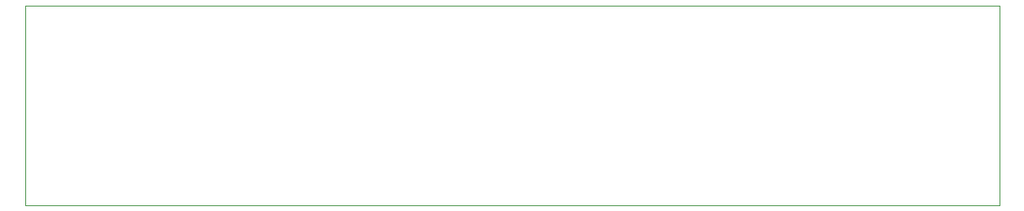
<source format=gbr>
%TF.GenerationSoftware,KiCad,Pcbnew,(6.0.2)*%
%TF.CreationDate,2022-04-10T16:39:51+09:00*%
%TF.ProjectId,battery_array,62617474-6572-4795-9f61-727261792e6b,rev?*%
%TF.SameCoordinates,Original*%
%TF.FileFunction,Profile,NP*%
%FSLAX46Y46*%
G04 Gerber Fmt 4.6, Leading zero omitted, Abs format (unit mm)*
G04 Created by KiCad (PCBNEW (6.0.2)) date 2022-04-10 16:39:51*
%MOMM*%
%LPD*%
G01*
G04 APERTURE LIST*
%TA.AperFunction,Profile*%
%ADD10C,0.100000*%
%TD*%
G04 APERTURE END LIST*
D10*
X101438894Y-86512400D02*
X202632494Y-86512400D01*
X202632494Y-86512400D02*
X202632494Y-107315000D01*
X202632494Y-107315000D02*
X101438894Y-107315000D01*
X101438894Y-107315000D02*
X101438894Y-86512400D01*
M02*

</source>
